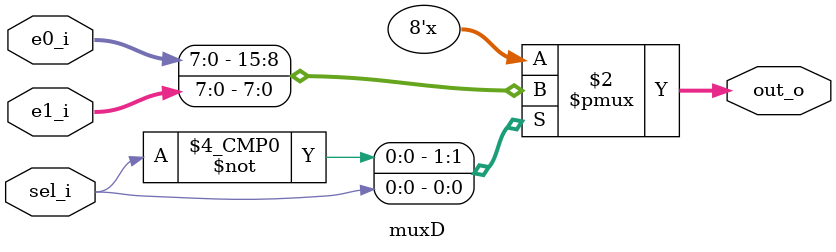
<source format=v>
`timescale 1ns/1ps


// -----------------------------------------------------------------------------
// Module: muxD
// Description: 2-to-1 multiplexer for 8-bit inputs. Selects between instruction
//              memory and register B based on 1-bit control.
// -----------------------------------------------------------------------------
module muxD (
  input [7:0] e0_i,   // Option 0: Instruction Memory
  input [7:0] e1_i,   // Option 1: Register B
  input       sel_i,  // Select signal
  output reg [7:0] out_o   // Selected output
);

  always begin
    case (sel_i)
      1'b0: out_o = e0_i;
      1'b1: out_o = e1_i;
    endcase
  end

endmodule : muxD

</source>
